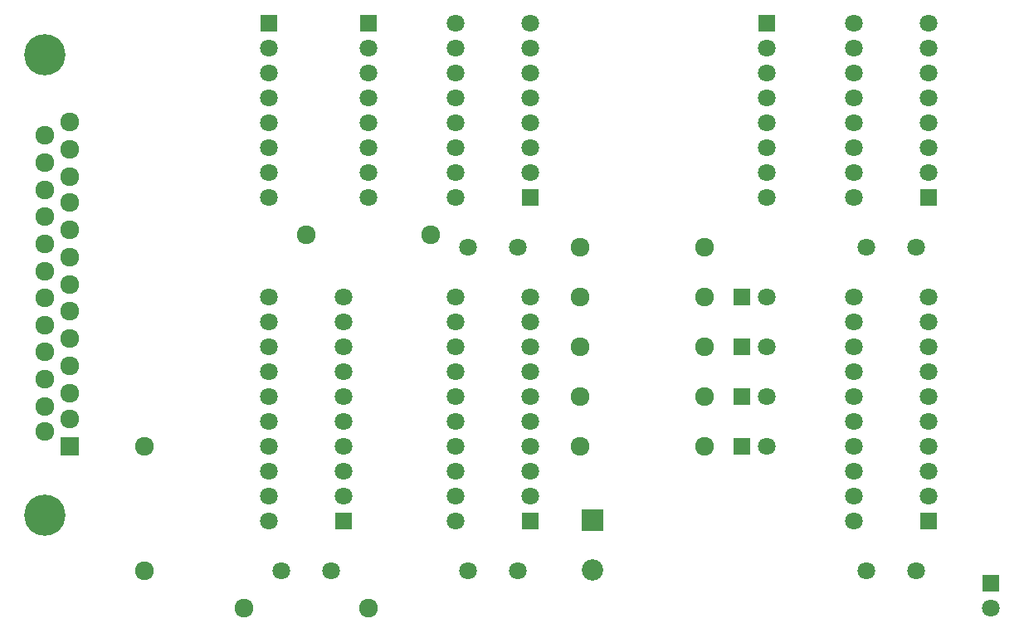
<source format=gbr>
G04 #@! TF.FileFunction,Soldermask,Bot*
%FSLAX46Y46*%
G04 Gerber Fmt 4.6, Leading zero omitted, Abs format (unit mm)*
G04 Created by KiCad (PCBNEW 4.0.5+dfsg1-4+deb9u1) date Sun Sep  4 20:05:42 2022*
%MOMM*%
%LPD*%
G01*
G04 APERTURE LIST*
%ADD10C,0.100000*%
%ADD11R,1.797000X1.797000*%
%ADD12C,1.797000*%
%ADD13C,1.924000*%
%ADD14C,4.210000*%
%ADD15R,1.924000X1.924000*%
%ADD16R,2.178000X2.178000*%
%ADD17C,2.178000*%
G04 APERTURE END LIST*
D10*
D11*
X198120000Y-130810000D03*
D12*
X198120000Y-133350000D03*
D11*
X175260000Y-73660000D03*
D12*
X175260000Y-76200000D03*
X175260000Y-78740000D03*
X175260000Y-81280000D03*
X175260000Y-83820000D03*
X175260000Y-86360000D03*
X175260000Y-88900000D03*
X175260000Y-91440000D03*
D11*
X134620000Y-73660000D03*
D12*
X134620000Y-76200000D03*
X134620000Y-78740000D03*
X134620000Y-81280000D03*
X134620000Y-83820000D03*
X134620000Y-86360000D03*
X134620000Y-88900000D03*
X134620000Y-91440000D03*
D11*
X124460000Y-73660000D03*
D12*
X124460000Y-76200000D03*
X124460000Y-78740000D03*
X124460000Y-81280000D03*
X124460000Y-83820000D03*
X124460000Y-86360000D03*
X124460000Y-88900000D03*
X124460000Y-91440000D03*
D11*
X172720000Y-101600000D03*
D12*
X175260000Y-101600000D03*
D11*
X172720000Y-106680000D03*
D12*
X175260000Y-106680000D03*
D11*
X172720000Y-111760000D03*
D12*
X175260000Y-111760000D03*
D11*
X172720000Y-116840000D03*
D12*
X175260000Y-116840000D03*
D13*
X156210000Y-96520000D03*
X168910000Y-96520000D03*
X121920000Y-133350000D03*
X134620000Y-133350000D03*
X111760000Y-129540000D03*
X111760000Y-116840000D03*
X156210000Y-101600000D03*
X168910000Y-101600000D03*
X156210000Y-106680000D03*
X168910000Y-106680000D03*
X156210000Y-116840000D03*
X168910000Y-116840000D03*
X156210000Y-111760000D03*
X168910000Y-111760000D03*
X140970000Y-95250000D03*
X128270000Y-95250000D03*
D14*
X101600000Y-76835000D03*
X101600000Y-123825000D03*
D15*
X104140000Y-116840000D03*
D13*
X104140000Y-114046000D03*
X104140000Y-111379000D03*
X104140000Y-108585000D03*
X104140000Y-105791000D03*
X104140000Y-102997000D03*
X104140000Y-100330000D03*
X104140000Y-97536000D03*
X104140000Y-94742000D03*
X104140000Y-91948000D03*
X104140000Y-89281000D03*
X104140000Y-86487000D03*
X104140000Y-83693000D03*
X101600000Y-115265200D03*
X101600000Y-112725200D03*
X101600000Y-109931200D03*
X101600000Y-107188000D03*
X101600000Y-104444800D03*
X101600000Y-101650800D03*
X101600000Y-98907600D03*
X101600000Y-96164400D03*
X101600000Y-93319600D03*
X101600000Y-90627200D03*
X101600000Y-87884000D03*
X101600000Y-85090000D03*
D16*
X157480000Y-124333000D03*
D17*
X157480000Y-129413000D03*
D12*
X185420000Y-129540000D03*
X190500000Y-129540000D03*
X144780000Y-129540000D03*
X149860000Y-129540000D03*
X144780000Y-96520000D03*
X149860000Y-96520000D03*
X125730000Y-129540000D03*
X130810000Y-129540000D03*
X185420000Y-96520000D03*
X190500000Y-96520000D03*
D11*
X151130000Y-124460000D03*
D12*
X151130000Y-121920000D03*
X151130000Y-119380000D03*
X151130000Y-116840000D03*
X151130000Y-114300000D03*
X151130000Y-111760000D03*
X151130000Y-109220000D03*
X151130000Y-106680000D03*
X151130000Y-104140000D03*
X151130000Y-101600000D03*
X143510000Y-101600000D03*
X143510000Y-104140000D03*
X143510000Y-106680000D03*
X143510000Y-109220000D03*
X143510000Y-111760000D03*
X143510000Y-114300000D03*
X143510000Y-116840000D03*
X143510000Y-119380000D03*
X143510000Y-121920000D03*
X143510000Y-124460000D03*
D11*
X132080000Y-124460000D03*
D12*
X132080000Y-121920000D03*
X132080000Y-119380000D03*
X132080000Y-116840000D03*
X132080000Y-114300000D03*
X132080000Y-111760000D03*
X132080000Y-109220000D03*
X132080000Y-106680000D03*
X132080000Y-104140000D03*
X132080000Y-101600000D03*
X124460000Y-101600000D03*
X124460000Y-104140000D03*
X124460000Y-106680000D03*
X124460000Y-109220000D03*
X124460000Y-111760000D03*
X124460000Y-114300000D03*
X124460000Y-116840000D03*
X124460000Y-119380000D03*
X124460000Y-121920000D03*
X124460000Y-124460000D03*
D11*
X191770000Y-124460000D03*
D12*
X191770000Y-121920000D03*
X191770000Y-119380000D03*
X191770000Y-116840000D03*
X191770000Y-114300000D03*
X191770000Y-111760000D03*
X191770000Y-109220000D03*
X191770000Y-106680000D03*
X191770000Y-104140000D03*
X191770000Y-101600000D03*
X184150000Y-101600000D03*
X184150000Y-104140000D03*
X184150000Y-106680000D03*
X184150000Y-109220000D03*
X184150000Y-111760000D03*
X184150000Y-114300000D03*
X184150000Y-116840000D03*
X184150000Y-119380000D03*
X184150000Y-121920000D03*
X184150000Y-124460000D03*
D11*
X191770000Y-91440000D03*
D12*
X191770000Y-88900000D03*
X191770000Y-86360000D03*
X191770000Y-83820000D03*
X191770000Y-81280000D03*
X191770000Y-78740000D03*
X191770000Y-76200000D03*
X191770000Y-73660000D03*
X184150000Y-73660000D03*
X184150000Y-76200000D03*
X184150000Y-78740000D03*
X184150000Y-81280000D03*
X184150000Y-83820000D03*
X184150000Y-86360000D03*
X184150000Y-88900000D03*
X184150000Y-91440000D03*
D11*
X151130000Y-91440000D03*
D12*
X151130000Y-88900000D03*
X151130000Y-86360000D03*
X151130000Y-83820000D03*
X151130000Y-81280000D03*
X151130000Y-78740000D03*
X151130000Y-76200000D03*
X151130000Y-73660000D03*
X143510000Y-73660000D03*
X143510000Y-76200000D03*
X143510000Y-78740000D03*
X143510000Y-81280000D03*
X143510000Y-83820000D03*
X143510000Y-86360000D03*
X143510000Y-88900000D03*
X143510000Y-91440000D03*
M02*

</source>
